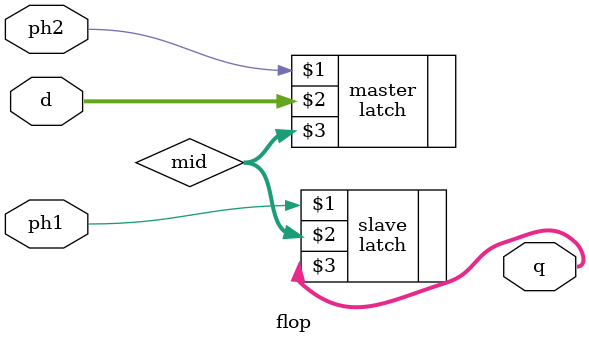
<source format=sv>
module flop #(parameter WIDTH = 8)
             (input  logic             ph1, ph2,
              input  logic [WIDTH-1:0] d,
              output logic [WIDTH-1:0] q);

  logic [WIDTH-1:0] mid;

  latch #(WIDTH) master(ph2, d, mid);
  latch #(WIDTH) slave(ph1, mid, q);
endmodule

</source>
